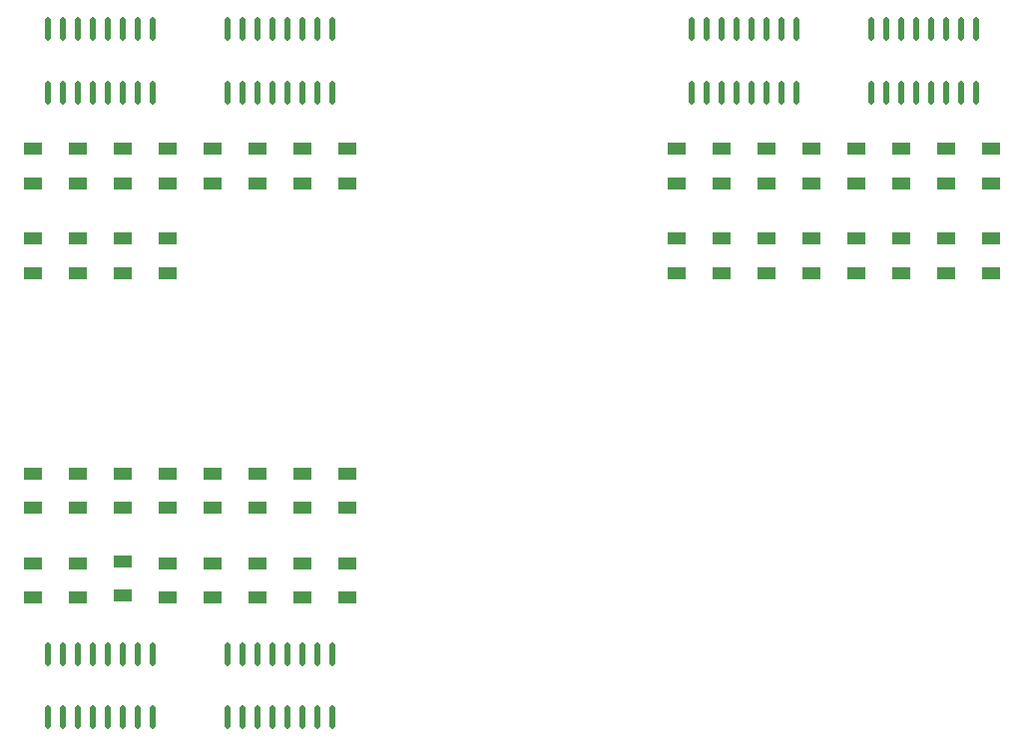
<source format=gbp>
G04*
G04 #@! TF.GenerationSoftware,Altium Limited,Altium Designer,21.3.2 (30)*
G04*
G04 Layer_Color=128*
%FSLAX25Y25*%
%MOIN*%
G70*
G04*
G04 #@! TF.SameCoordinates,0941D6B8-9053-4ACA-ABC4-2B4951EE2B0C*
G04*
G04*
G04 #@! TF.FilePolarity,Positive*
G04*
G01*
G75*
%ADD78R,0.05906X0.03937*%
%ADD79O,0.02165X0.07874*%
D78*
X340000Y260000D02*
D03*
Y248583D02*
D03*
X325000Y260000D02*
D03*
Y248583D02*
D03*
X310000Y260000D02*
D03*
Y248583D02*
D03*
X295000Y260000D02*
D03*
Y248583D02*
D03*
X280000Y260000D02*
D03*
Y248583D02*
D03*
X265000Y260000D02*
D03*
Y248583D02*
D03*
X250000Y260000D02*
D03*
Y248583D02*
D03*
X235000Y260000D02*
D03*
Y248583D02*
D03*
Y278583D02*
D03*
Y290000D02*
D03*
X250000D02*
D03*
Y278583D02*
D03*
X265000Y290000D02*
D03*
Y278583D02*
D03*
X295000Y290000D02*
D03*
Y278583D02*
D03*
X310000Y290000D02*
D03*
Y278583D02*
D03*
X325000Y290000D02*
D03*
Y278583D02*
D03*
X340000Y290000D02*
D03*
Y278583D02*
D03*
X20000Y260000D02*
D03*
Y248583D02*
D03*
X35000Y260000D02*
D03*
Y248583D02*
D03*
X50000D02*
D03*
Y260000D02*
D03*
X65000D02*
D03*
Y248583D02*
D03*
X20000Y290000D02*
D03*
Y278583D02*
D03*
X35000Y290000D02*
D03*
Y278583D02*
D03*
X50000Y290000D02*
D03*
Y278583D02*
D03*
X65000Y290000D02*
D03*
Y278583D02*
D03*
X80000Y290000D02*
D03*
Y278583D02*
D03*
X95000Y290000D02*
D03*
Y278583D02*
D03*
X110000Y290000D02*
D03*
Y278583D02*
D03*
X125000Y290000D02*
D03*
Y278583D02*
D03*
X35000Y170000D02*
D03*
Y181417D02*
D03*
X50000Y170000D02*
D03*
Y181417D02*
D03*
X65000Y170000D02*
D03*
Y181417D02*
D03*
X80000Y170000D02*
D03*
Y181417D02*
D03*
X95000Y170000D02*
D03*
Y181417D02*
D03*
X110000Y170000D02*
D03*
Y181417D02*
D03*
X125000Y170000D02*
D03*
Y181417D02*
D03*
Y140000D02*
D03*
Y151417D02*
D03*
X110000Y140000D02*
D03*
Y151417D02*
D03*
X95000Y140000D02*
D03*
Y151417D02*
D03*
X80000Y140000D02*
D03*
Y151417D02*
D03*
X65000Y140000D02*
D03*
Y151417D02*
D03*
X50000Y140630D02*
D03*
Y152047D02*
D03*
X35000Y140000D02*
D03*
Y151417D02*
D03*
X20000Y170000D02*
D03*
Y181417D02*
D03*
Y140000D02*
D03*
Y151417D02*
D03*
X280000Y290000D02*
D03*
Y278583D02*
D03*
D79*
X300000Y330000D02*
D03*
X305000D02*
D03*
X310000D02*
D03*
X315000D02*
D03*
X320000D02*
D03*
X325000D02*
D03*
X330000D02*
D03*
X335000D02*
D03*
X300000Y308740D02*
D03*
X305000D02*
D03*
X310000D02*
D03*
X315000D02*
D03*
X320000D02*
D03*
X325000D02*
D03*
X330000D02*
D03*
X335000D02*
D03*
X240000Y330000D02*
D03*
X245000D02*
D03*
X250000D02*
D03*
X255000D02*
D03*
X260000D02*
D03*
X265000D02*
D03*
X270000D02*
D03*
X275000D02*
D03*
X240000Y308740D02*
D03*
X250000D02*
D03*
X255000D02*
D03*
X260000D02*
D03*
X265000D02*
D03*
X270000D02*
D03*
X275000D02*
D03*
X245000D02*
D03*
X60000D02*
D03*
X55000D02*
D03*
X50000D02*
D03*
X45000D02*
D03*
X40000D02*
D03*
X35000D02*
D03*
X30000D02*
D03*
X25000D02*
D03*
X60000Y330000D02*
D03*
X55000D02*
D03*
X50000D02*
D03*
X45000D02*
D03*
X40000D02*
D03*
X35000D02*
D03*
X30000D02*
D03*
X25000D02*
D03*
X85000D02*
D03*
X90000D02*
D03*
X95000D02*
D03*
X100000D02*
D03*
X105000D02*
D03*
X110000D02*
D03*
X115000D02*
D03*
X120000D02*
D03*
X85000Y308740D02*
D03*
X90000D02*
D03*
X95000D02*
D03*
X100000D02*
D03*
X105000D02*
D03*
X110000D02*
D03*
X115000D02*
D03*
X120000D02*
D03*
X60000Y100000D02*
D03*
X55000D02*
D03*
X50000D02*
D03*
X45000D02*
D03*
X40000D02*
D03*
X35000D02*
D03*
X30000D02*
D03*
X25000D02*
D03*
X60000Y121260D02*
D03*
X55000D02*
D03*
X50000D02*
D03*
X45000D02*
D03*
X40000D02*
D03*
X35000D02*
D03*
X30000D02*
D03*
X25000D02*
D03*
X120000Y100000D02*
D03*
X115000D02*
D03*
X110000D02*
D03*
X105000D02*
D03*
X100000D02*
D03*
X95000D02*
D03*
X90000D02*
D03*
X85000D02*
D03*
X120000Y121260D02*
D03*
X115000D02*
D03*
X110000D02*
D03*
X105000D02*
D03*
X100000D02*
D03*
X95000D02*
D03*
X90000D02*
D03*
X85000D02*
D03*
M02*

</source>
